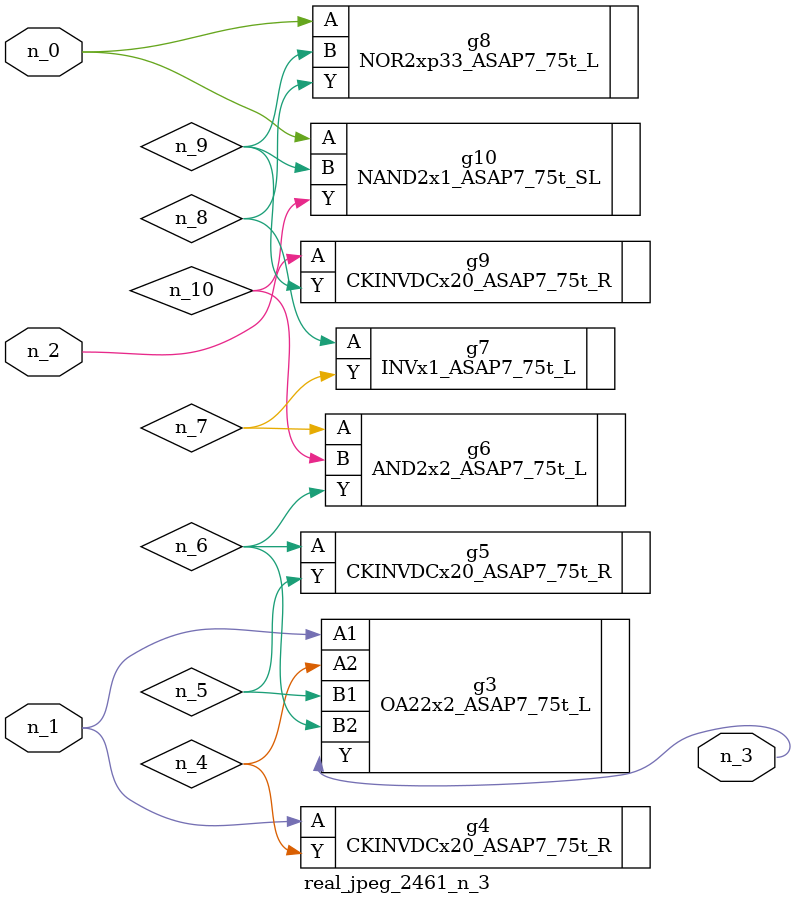
<source format=v>
module real_jpeg_2461_n_3 (n_1, n_0, n_2, n_3);

input n_1;
input n_0;
input n_2;

output n_3;

wire n_5;
wire n_4;
wire n_8;
wire n_6;
wire n_7;
wire n_10;
wire n_9;

NOR2xp33_ASAP7_75t_L g8 ( 
.A(n_0),
.B(n_9),
.Y(n_8)
);

NAND2x1_ASAP7_75t_SL g10 ( 
.A(n_0),
.B(n_9),
.Y(n_10)
);

OA22x2_ASAP7_75t_L g3 ( 
.A1(n_1),
.A2(n_4),
.B1(n_5),
.B2(n_6),
.Y(n_3)
);

CKINVDCx20_ASAP7_75t_R g4 ( 
.A(n_1),
.Y(n_4)
);

CKINVDCx20_ASAP7_75t_R g9 ( 
.A(n_2),
.Y(n_9)
);

CKINVDCx20_ASAP7_75t_R g5 ( 
.A(n_6),
.Y(n_5)
);

AND2x2_ASAP7_75t_L g6 ( 
.A(n_7),
.B(n_10),
.Y(n_6)
);

INVx1_ASAP7_75t_L g7 ( 
.A(n_8),
.Y(n_7)
);


endmodule
</source>
